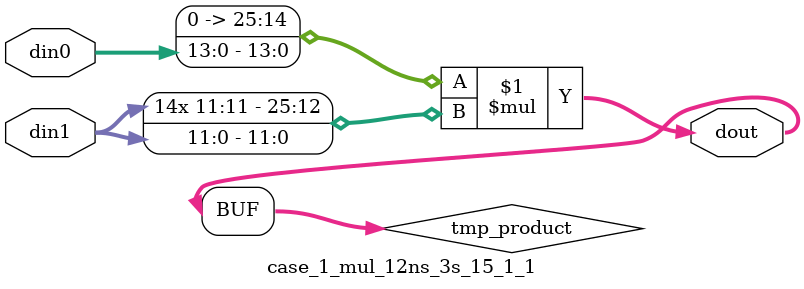
<source format=v>

`timescale 1 ns / 1 ps

 (* use_dsp = "no" *)  module case_1_mul_12ns_3s_15_1_1(din0, din1, dout);
parameter ID = 1;
parameter NUM_STAGE = 0;
parameter din0_WIDTH = 14;
parameter din1_WIDTH = 12;
parameter dout_WIDTH = 26;

input [din0_WIDTH - 1 : 0] din0; 
input [din1_WIDTH - 1 : 0] din1; 
output [dout_WIDTH - 1 : 0] dout;

wire signed [dout_WIDTH - 1 : 0] tmp_product;

























assign tmp_product = $signed({1'b0, din0}) * $signed(din1);










assign dout = tmp_product;





















endmodule

</source>
